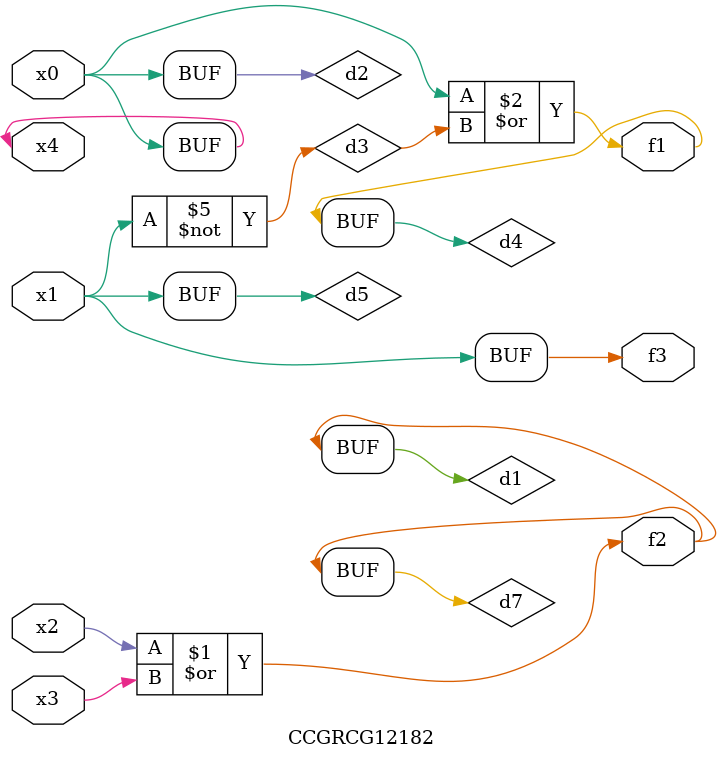
<source format=v>
module CCGRCG12182(
	input x0, x1, x2, x3, x4,
	output f1, f2, f3
);

	wire d1, d2, d3, d4, d5, d6, d7;

	or (d1, x2, x3);
	buf (d2, x0, x4);
	not (d3, x1);
	or (d4, d2, d3);
	not (d5, d3);
	nand (d6, d1, d3);
	or (d7, d1);
	assign f1 = d4;
	assign f2 = d7;
	assign f3 = d5;
endmodule

</source>
